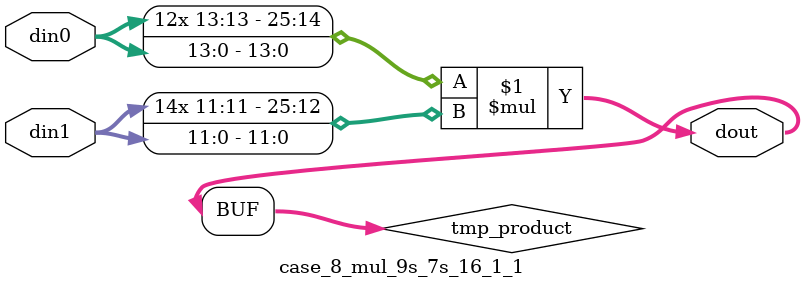
<source format=v>

`timescale 1 ns / 1 ps

 (* use_dsp = "no" *)  module case_8_mul_9s_7s_16_1_1(din0, din1, dout);
parameter ID = 1;
parameter NUM_STAGE = 0;
parameter din0_WIDTH = 14;
parameter din1_WIDTH = 12;
parameter dout_WIDTH = 26;

input [din0_WIDTH - 1 : 0] din0; 
input [din1_WIDTH - 1 : 0] din1; 
output [dout_WIDTH - 1 : 0] dout;

wire signed [dout_WIDTH - 1 : 0] tmp_product;



























assign tmp_product = $signed(din0) * $signed(din1);








assign dout = tmp_product;





















endmodule

</source>
